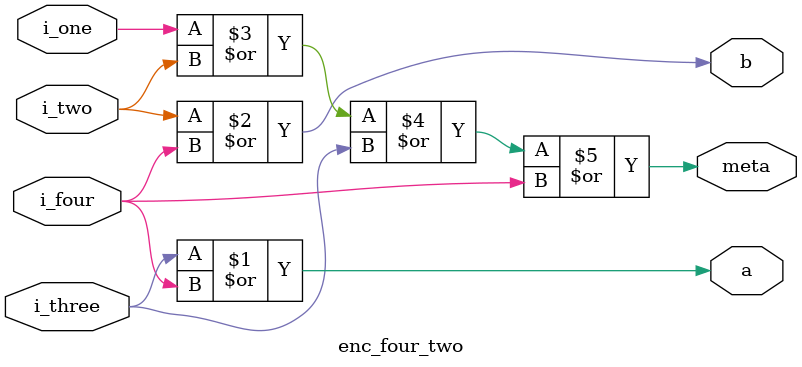
<source format=v>
`timescale 1ns / 1ps


module enc_four_two(a, b, meta, i_one, i_two, i_three, i_four);
    input i_one, i_two, i_three, i_four;
    output a, b, meta;
    
    assign a = (i_three | i_four);
    assign b = (i_two | i_four);
    assign meta = i_one | i_two | i_three | i_four; // not needed as per actual ecoder, but given for the sake of validation.  
endmodule

// According to actual encoder diagram, i_one isn't being used at all, due to linter errors you can just give
// `meta = i_one`. 
// What I've done is validating the outputs whether if the outputs are good and correct for the encoder;
// Checking if both aren't logic 0 inputs.
</source>
